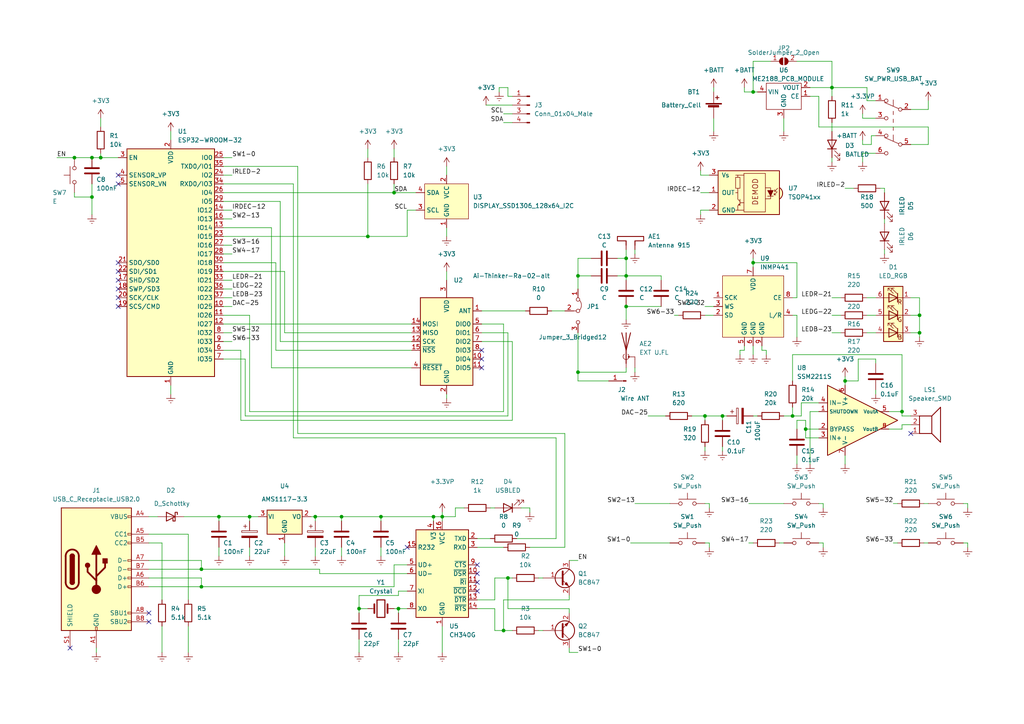
<source format=kicad_sch>
(kicad_sch (version 20211123) (generator eeschema)
  (paper "A4")
  (title_block (title "IoT Badge 915") (company "Galopago"))
  (junction (at 147.32 167.64))
  (junction (at 106.68 68.58))
  (junction (at 58.42 165.1))
  (junction (at 29.21 45.72))
  (junction (at 167.64 80.01))
  (junction (at 21.59 45.72))
  (junction (at 99.06 149.86))
  (junction (at 181.61 80.01))
  (junction (at 167.64 107.95))
  (junction (at 241.3 25.4))
  (junction (at 204.47 120.65))
  (junction (at 218.44 76.2))
  (junction (at 266.7 91.44))
  (junction (at 229.87 120.65))
  (junction (at 125.73 149.86))
  (junction (at 58.42 170.18))
  (junction (at 261.62 119.38))
  (junction (at 26.67 57.15))
  (junction (at 181.61 74.93))
  (junction (at 245.11 110.49))
  (junction (at 26.67 45.72))
  (junction (at 72.39 149.86))
  (junction (at 91.44 149.86))
  (junction (at 209.55 120.65))
  (junction (at 63.5 149.86))
  (junction (at 266.7 96.52))
  (junction (at 110.49 149.86))
  (junction (at 128.27 149.86))
  (junction (at 146.05 182.88))
  (junction (at 115.57 176.53))
  (junction (at 114.3 55.88))
  (junction (at 181.61 88.9))
  (junction (at 218.44 26.67))
  (junction (at 233.68 124.46))
  (junction (at 104.14 176.53))
  (no_connect (at 34.29 76.2))
  (no_connect (at 139.7 101.6))
  (no_connect (at 138.43 168.91))
  (no_connect (at 139.7 104.14))
  (no_connect (at 34.29 53.34))
  (no_connect (at 34.29 86.36))
  (no_connect (at 138.43 163.83))
  (no_connect (at 43.18 177.8))
  (no_connect (at 34.29 81.28))
  (no_connect (at 34.29 78.74))
  (no_connect (at 34.29 88.9))
  (no_connect (at 138.43 166.37))
  (no_connect (at 138.43 171.45))
  (no_connect (at 139.7 106.68))
  (no_connect (at 264.16 125.73))
  (no_connect (at 118.11 158.75))
  (no_connect (at 34.29 50.8))
  (no_connect (at 20.32 187.96))
  (no_connect (at 34.29 83.82))
  (no_connect (at 43.18 180.34))
  (wire (pts (xy 92.71 166.37) (xy 92.71 165.1)))
  (wire (pts (xy 128.27 148.59) (xy 128.27 149.86)))
  (wire (pts (xy 110.49 158.75) (xy 110.49 161.29)))
  (wire (pts (xy 248.92 110.49) (xy 245.11 110.49)))
  (wire (pts (xy 171.45 74.93) (xy 167.64 74.93)))
  (wire (pts (xy 115.57 185.42) (xy 115.57 189.23)))
  (wire (pts (xy 138.43 158.75) (xy 146.05 158.75)))
  (wire (pts (xy 21.59 55.88) (xy 21.59 57.15)))
  (wire (pts (xy 237.49 36.83) (xy 237.49 27.94)))
  (wire (pts (xy 245.11 132.08) (xy 245.11 134.62)))
  (wire (pts (xy 156.21 167.64) (xy 157.48 167.64)))
  (wire (pts (xy 218.44 100.33) (xy 218.44 102.87)))
  (wire (pts (xy 120.65 60.96) (xy 118.11 60.96)))
  (wire (pts (xy 125.73 149.86) (xy 128.27 149.86)))
  (wire (pts (xy 222.25 101.6) (xy 222.25 102.87)))
  (wire (pts (xy 233.68 124.46) (xy 237.49 124.46)))
  (wire (pts (xy 144.78 26.67) (xy 144.78 25.4)))
  (wire (pts (xy 261.62 124.46) (xy 261.62 123.19)))
  (wire (pts (xy 43.18 170.18) (xy 58.42 170.18)))
  (wire (pts (xy 250.19 41.91) (xy 252.73 41.91)))
  (wire (pts (xy 128.27 181.61) (xy 128.27 189.23)))
  (wire (pts (xy 238.76 146.05) (xy 238.76 147.32)))
  (wire (pts (xy 21.59 45.72) (xy 26.67 45.72)))
  (wire (pts (xy 218.44 76.2) (xy 231.14 76.2)))
  (wire (pts (xy 256.54 54.61) (xy 256.54 55.88)))
  (wire (pts (xy 148.59 121.92) (xy 148.59 99.06)))
  (wire (pts (xy 181.61 88.9) (xy 181.61 92.71)))
  (wire (pts (xy 143.51 167.64) (xy 147.32 167.64)))
  (wire (pts (xy 261.62 102.87) (xy 261.62 119.38)))
  (wire (pts (xy 232.41 120.65) (xy 232.41 116.84)))
  (wire (pts (xy 218.44 76.2) (xy 218.44 77.47)))
  (wire (pts (xy 241.3 86.36) (xy 243.84 86.36)))
  (wire (pts (xy 128.27 149.86) (xy 128.27 151.13)))
  (wire (pts (xy 27.94 187.96) (xy 27.94 189.23)))
  (wire (pts (xy 248.92 104.14) (xy 254 104.14)))
  (wire (pts (xy 251.46 96.52) (xy 254 96.52)))
  (wire (pts (xy 29.21 44.45) (xy 29.21 45.72)))
  (wire (pts (xy 140.97 30.48) (xy 148.59 30.48)))
  (wire (pts (xy 129.54 78.74) (xy 129.54 81.28)))
  (wire (pts (xy 138.43 156.21) (xy 142.24 156.21)))
  (wire (pts (xy 184.15 146.05) (xy 194.31 146.05)))
  (wire (pts (xy 58.42 162.56) (xy 58.42 165.1)))
  (wire (pts (xy 132.08 147.32) (xy 134.62 147.32)))
  (wire (pts (xy 26.67 53.34) (xy 26.67 57.15)))
  (wire (pts (xy 250.19 44.45) (xy 250.19 46.99)))
  (wire (pts (xy 251.46 86.36) (xy 254 86.36)))
  (wire (pts (xy 184.15 106.68) (xy 184.15 107.95)))
  (wire (pts (xy 64.77 58.42) (xy 81.28 58.42)))
  (wire (pts (xy 147.32 96.52) (xy 139.7 96.52)))
  (wire (pts (xy 29.21 45.72) (xy 34.29 45.72)))
  (wire (pts (xy 129.54 48.26) (xy 129.54 50.8)))
  (wire (pts (xy 215.9 101.6) (xy 214.63 101.6)))
  (wire (pts (xy 234.95 27.94) (xy 237.49 27.94)))
  (wire (pts (xy 21.59 57.15) (xy 26.67 57.15)))
  (wire (pts (xy 132.08 149.86) (xy 132.08 147.32)))
  (wire (pts (xy 118.11 171.45) (xy 115.57 171.45)))
  (wire (pts (xy 43.18 157.48) (xy 46.99 157.48)))
  (wire (pts (xy 153.67 147.32) (xy 153.67 148.59)))
  (wire (pts (xy 63.5 158.75) (xy 63.5 161.29)))
  (wire (pts (xy 104.14 185.42) (xy 104.14 189.23)))
  (wire (pts (xy 148.59 99.06) (xy 139.7 99.06)))
  (wire (pts (xy 229.87 91.44) (xy 231.14 91.44)))
  (wire (pts (xy 29.21 34.29) (xy 29.21 36.83)))
  (wire (pts (xy 231.14 76.2) (xy 231.14 86.36)))
  (wire (pts (xy 163.83 158.75) (xy 153.67 158.75)))
  (wire (pts (xy 204.47 129.54) (xy 204.47 130.81)))
  (wire (pts (xy 64.77 66.04) (xy 78.74 66.04)))
  (wire (pts (xy 86.36 48.26) (xy 86.36 125.73)))
  (wire (pts (xy 64.77 78.74) (xy 82.55 78.74)))
  (wire (pts (xy 234.95 25.4) (xy 241.3 25.4)))
  (wire (pts (xy 146.05 119.38) (xy 146.05 93.98)))
  (wire (pts (xy 64.77 55.88) (xy 114.3 55.88)))
  (wire (pts (xy 86.36 125.73) (xy 163.83 125.73)))
  (wire (pts (xy 110.49 149.86) (xy 125.73 149.86)))
  (wire (pts (xy 165.1 189.23) (xy 167.64 189.23)))
  (wire (pts (xy 219.71 26.67) (xy 218.44 26.67)))
  (wire (pts (xy 182.88 157.48) (xy 194.31 157.48)))
  (wire (pts (xy 72.39 149.86) (xy 72.39 151.13)))
  (wire (pts (xy 191.77 80.01) (xy 191.77 81.28)))
  (wire (pts (xy 115.57 176.53) (xy 118.11 176.53)))
  (wire (pts (xy 16.51 45.72) (xy 21.59 45.72)))
  (wire (pts (xy 231.14 86.36) (xy 229.87 86.36)))
  (wire (pts (xy 254 113.03) (xy 254 114.3)))
  (wire (pts (xy 129.54 114.3) (xy 129.54 115.57)))
  (wire (pts (xy 233.68 121.92) (xy 231.14 121.92)))
  (wire (pts (xy 241.3 17.78) (xy 241.3 25.4)))
  (wire (pts (xy 254 29.21) (xy 251.46 29.21)))
  (wire (pts (xy 128.27 149.86) (xy 132.08 149.86)))
  (wire (pts (xy 241.3 91.44) (xy 243.84 91.44)))
  (wire (pts (xy 64.77 63.5) (xy 67.31 63.5)))
  (wire (pts (xy 146.05 33.02) (xy 148.59 33.02)))
  (wire (pts (xy 146.05 35.56) (xy 148.59 35.56)))
  (wire (pts (xy 234.95 119.38) (xy 237.49 119.38)))
  (wire (pts (xy 231.14 132.08) (xy 231.14 134.62)))
  (wire (pts (xy 250.19 33.02) (xy 250.19 34.29)))
  (wire (pts (xy 255.27 54.61) (xy 256.54 54.61)))
  (wire (pts (xy 264.16 31.75) (xy 269.24 31.75)))
  (wire (pts (xy 26.67 45.72) (xy 29.21 45.72)))
  (wire (pts (xy 280.67 157.48) (xy 280.67 158.75)))
  (wire (pts (xy 264.16 91.44) (xy 266.7 91.44)))
  (wire (pts (xy 215.9 100.33) (xy 215.9 101.6)))
  (wire (pts (xy 142.24 147.32) (xy 143.51 147.32)))
  (wire (pts (xy 43.18 149.86) (xy 45.72 149.86)))
  (wire (pts (xy 99.06 158.75) (xy 99.06 161.29)))
  (wire (pts (xy 106.68 53.34) (xy 106.68 68.58)))
  (wire (pts (xy 119.38 96.52) (xy 82.55 96.52)))
  (wire (pts (xy 138.43 173.99) (xy 143.51 173.99)))
  (wire (pts (xy 264.16 41.91) (xy 269.24 41.91)))
  (wire (pts (xy 64.77 45.72) (xy 67.31 45.72)))
  (wire (pts (xy 280.67 146.05) (xy 279.4 146.05)))
  (wire (pts (xy 144.78 25.4) (xy 147.32 25.4)))
  (wire (pts (xy 91.44 149.86) (xy 99.06 149.86)))
  (wire (pts (xy 195.58 91.44) (xy 196.85 91.44)))
  (wire (pts (xy 78.74 66.04) (xy 78.74 106.68)))
  (wire (pts (xy 181.61 88.9) (xy 191.77 88.9)))
  (wire (pts (xy 214.63 101.6) (xy 214.63 102.87)))
  (wire (pts (xy 163.83 125.73) (xy 163.83 158.75)))
  (wire (pts (xy 241.3 25.4) (xy 241.3 27.94)))
  (wire (pts (xy 229.87 102.87) (xy 261.62 102.87)))
  (wire (pts (xy 234.95 134.62) (xy 234.95 119.38)))
  (wire (pts (xy 204.47 157.48) (xy 205.74 157.48)))
  (wire (pts (xy 238.76 157.48) (xy 238.76 158.75)))
  (wire (pts (xy 64.77 88.9) (xy 67.31 88.9)))
  (wire (pts (xy 254 44.45) (xy 250.19 44.45)))
  (wire (pts (xy 264.16 86.36) (xy 266.7 86.36)))
  (wire (pts (xy 165.1 187.96) (xy 165.1 189.23)))
  (wire (pts (xy 266.7 96.52) (xy 266.7 97.79)))
  (wire (pts (xy 165.1 172.72) (xy 165.1 173.99)))
  (wire (pts (xy 54.61 181.61) (xy 54.61 189.23)))
  (wire (pts (xy 85.09 127) (xy 161.29 127)))
  (wire (pts (xy 161.29 156.21) (xy 149.86 156.21)))
  (wire (pts (xy 160.02 90.17) (xy 163.83 90.17)))
  (wire (pts (xy 54.61 154.94) (xy 43.18 154.94)))
  (wire (pts (xy 43.18 167.64) (xy 58.42 167.64)))
  (wire (pts (xy 266.7 91.44) (xy 266.7 96.52)))
  (wire (pts (xy 85.09 53.34) (xy 85.09 127)))
  (wire (pts (xy 203.2 50.8) (xy 205.74 50.8)))
  (wire (pts (xy 167.64 107.95) (xy 167.64 110.49)))
  (wire (pts (xy 115.57 172.72) (xy 104.14 172.72)))
  (wire (pts (xy 49.53 38.1) (xy 49.53 40.64)))
  (wire (pts (xy 119.38 106.68) (xy 78.74 106.68)))
  (wire (pts (xy 46.99 157.48) (xy 46.99 173.99)))
  (wire (pts (xy 207.01 25.4) (xy 207.01 26.67)))
  (wire (pts (xy 204.47 91.44) (xy 207.01 91.44)))
  (wire (pts (xy 256.54 72.39) (xy 256.54 73.66)))
  (wire (pts (xy 43.18 162.56) (xy 58.42 162.56)))
  (wire (pts (xy 118.11 60.96) (xy 118.11 68.58)))
  (wire (pts (xy 251.46 29.21) (xy 251.46 25.4)))
  (wire (pts (xy 237.49 157.48) (xy 238.76 157.48)))
  (wire (pts (xy 261.62 120.65) (xy 264.16 120.65)))
  (wire (pts (xy 58.42 165.1) (xy 92.71 165.1)))
  (wire (pts (xy 218.44 17.78) (xy 218.44 26.67)))
  (wire (pts (xy 167.64 74.93) (xy 167.64 80.01)))
  (wire (pts (xy 171.45 80.01) (xy 167.64 80.01)))
  (wire (pts (xy 179.07 74.93) (xy 181.61 74.93)))
  (wire (pts (xy 91.44 149.86) (xy 91.44 151.13)))
  (wire (pts (xy 181.61 72.39) (xy 181.61 74.93)))
  (wire (pts (xy 181.61 106.68) (xy 181.61 107.95)))
  (wire (pts (xy 104.14 172.72) (xy 104.14 176.53)))
  (wire (pts (xy 269.24 31.75) (xy 269.24 29.21)))
  (wire (pts (xy 176.53 110.49) (xy 167.64 110.49)))
  (wire (pts (xy 252.73 39.37) (xy 254 39.37)))
  (wire (pts (xy 69.85 101.6) (xy 69.85 121.92)))
  (wire (pts (xy 218.44 120.65) (xy 219.71 120.65)))
  (wire (pts (xy 156.21 182.88) (xy 157.48 182.88)))
  (wire (pts (xy 223.52 17.78) (xy 218.44 17.78)))
  (wire (pts (xy 167.64 80.01) (xy 167.64 83.82)))
  (wire (pts (xy 146.05 182.88) (xy 148.59 182.88)))
  (wire (pts (xy 279.4 157.48) (xy 280.67 157.48)))
  (wire (pts (xy 119.38 101.6) (xy 80.01 101.6)))
  (wire (pts (xy 250.19 40.64) (xy 250.19 41.91)))
  (wire (pts (xy 64.77 73.66) (xy 67.31 73.66)))
  (wire (pts (xy 217.17 157.48) (xy 218.44 157.48)))
  (wire (pts (xy 90.17 149.86) (xy 91.44 149.86)))
  (wire (pts (xy 227.33 34.29) (xy 227.33 38.1)))
  (wire (pts (xy 220.98 100.33) (xy 220.98 101.6)))
  (wire (pts (xy 58.42 170.18) (xy 58.42 167.64)))
  (wire (pts (xy 143.51 176.53) (xy 143.51 182.88)))
  (wire (pts (xy 248.92 104.14) (xy 248.92 110.49)))
  (wire (pts (xy 205.74 157.48) (xy 205.74 158.75)))
  (wire (pts (xy 267.97 146.05) (xy 269.24 146.05)))
  (wire (pts (xy 261.62 119.38) (xy 261.62 120.65)))
  (wire (pts (xy 231.14 121.92) (xy 231.14 124.46)))
  (wire (pts (xy 114.3 55.88) (xy 120.65 55.88)))
  (wire (pts (xy 114.3 53.34) (xy 114.3 55.88)))
  (wire (pts (xy 257.81 124.46) (xy 261.62 124.46)))
  (wire (pts (xy 203.2 60.96) (xy 205.74 60.96)))
  (wire (pts (xy 82.55 78.74) (xy 82.55 96.52)))
  (wire (pts (xy 82.55 157.48) (xy 82.55 161.29)))
  (wire (pts (xy 114.3 43.18) (xy 114.3 45.72)))
  (wire (pts (xy 252.73 41.91) (xy 252.73 39.37)))
  (wire (pts (xy 72.39 149.86) (xy 74.93 149.86)))
  (wire (pts (xy 231.14 17.78) (xy 241.3 17.78)))
  (wire (pts (xy 115.57 176.53) (xy 115.57 177.8)))
  (wire (pts (xy 259.08 146.05) (xy 260.35 146.05)))
  (wire (pts (xy 147.32 167.64) (xy 148.59 167.64)))
  (wire (pts (xy 63.5 149.86) (xy 63.5 151.13)))
  (wire (pts (xy 205.74 146.05) (xy 205.74 147.32)))
  (wire (pts (xy 64.77 86.36) (xy 67.31 86.36)))
  (wire (pts (xy 72.39 158.75) (xy 72.39 161.29)))
  (wire (pts (xy 218.44 74.93) (xy 218.44 76.2)))
  (wire (pts (xy 49.53 111.76) (xy 49.53 114.3)))
  (wire (pts (xy 237.49 146.05) (xy 238.76 146.05)))
  (wire (pts (xy 215.9 26.67) (xy 215.9 25.4)))
  (wire (pts (xy 241.3 45.72) (xy 241.3 46.99)))
  (wire (pts (xy 104.14 177.8) (xy 104.14 176.53)))
  (wire (pts (xy 64.77 83.82) (xy 67.31 83.82)))
  (wire (pts (xy 64.77 93.98) (xy 119.38 93.98)))
  (wire (pts (xy 114.3 176.53) (xy 115.57 176.53)))
  (wire (pts (xy 181.61 80.01) (xy 181.61 81.28)))
  (wire (pts (xy 269.24 36.83) (xy 269.24 41.91)))
  (wire (pts (xy 165.1 176.53) (xy 165.1 177.8)))
  (wire (pts (xy 256.54 63.5) (xy 256.54 64.77)))
  (wire (pts (xy 64.77 76.2) (xy 80.01 76.2)))
  (wire (pts (xy 64.77 71.12) (xy 67.31 71.12)))
  (wire (pts (xy 181.61 80.01) (xy 191.77 80.01)))
  (wire (pts (xy 229.87 120.65) (xy 232.41 120.65)))
  (wire (pts (xy 46.99 181.61) (xy 46.99 189.23)))
  (wire (pts (xy 200.66 120.65) (xy 204.47 120.65)))
  (wire (pts (xy 165.1 173.99) (xy 146.05 173.99)))
  (wire (pts (xy 64.77 96.52) (xy 67.31 96.52)))
  (wire (pts (xy 139.7 90.17) (xy 152.4 90.17)))
  (wire (pts (xy 106.68 68.58) (xy 118.11 68.58)))
  (wire (pts (xy 53.34 149.86) (xy 63.5 149.86)))
  (wire (pts (xy 184.15 72.39) (xy 184.15 73.66)))
  (wire (pts (xy 207.01 34.29) (xy 207.01 38.1)))
  (wire (pts (xy 43.18 165.1) (xy 58.42 165.1)))
  (wire (pts (xy 63.5 149.86) (xy 72.39 149.86)))
  (wire (pts (xy 151.13 147.32) (xy 153.67 147.32)))
  (wire (pts (xy 146.05 173.99) (xy 146.05 182.88)))
  (wire (pts (xy 99.06 149.86) (xy 110.49 149.86)))
  (wire (pts (xy 64.77 68.58) (xy 106.68 68.58)))
  (wire (pts (xy 209.55 120.65) (xy 210.82 120.65)))
  (wire (pts (xy 167.64 96.52) (xy 167.64 107.95)))
  (wire (pts (xy 231.14 91.44) (xy 231.14 97.79)))
  (wire (pts (xy 147.32 25.4) (xy 147.32 27.94)))
  (wire (pts (xy 254 105.41) (xy 254 104.14)))
  (wire (pts (xy 26.67 57.15) (xy 26.67 62.23)))
  (wire (pts (xy 209.55 129.54) (xy 209.55 130.81)))
  (wire (pts (xy 229.87 110.49) (xy 229.87 102.87)))
  (wire (pts (xy 125.73 151.13) (xy 125.73 149.86)))
  (wire (pts (xy 203.2 49.53) (xy 203.2 50.8)))
  (wire (pts (xy 58.42 170.18) (xy 114.3 170.18)))
  (wire (pts (xy 179.07 80.01) (xy 181.61 80.01)))
  (wire (pts (xy 245.11 54.61) (xy 247.65 54.61)))
  (wire (pts (xy 64.77 81.28) (xy 67.31 81.28)))
  (wire (pts (xy 267.97 157.48) (xy 269.24 157.48)))
  (wire (pts (xy 64.77 99.06) (xy 67.31 99.06)))
  (wire (pts (xy 118.11 166.37) (xy 92.71 166.37)))
  (wire (pts (xy 80.01 76.2) (xy 80.01 101.6)))
  (wire (pts (xy 106.68 43.18) (xy 106.68 45.72)))
  (wire (pts (xy 217.17 146.05) (xy 227.33 146.05)))
  (wire (pts (xy 110.49 149.86) (xy 110.49 151.13)))
  (wire (pts (xy 69.85 121.92) (xy 148.59 121.92)))
  (wire (pts (xy 204.47 120.65) (xy 209.55 120.65)))
  (wire (pts (xy 266.7 86.36) (xy 266.7 91.44)))
  (wire (pts (xy 143.51 173.99) (xy 143.51 167.64)))
  (wire (pts (xy 203.2 62.23) (xy 203.2 60.96)))
  (wire (pts (xy 226.06 157.48) (xy 227.33 157.48)))
  (wire (pts (xy 227.33 120.65) (xy 229.87 120.65)))
  (wire (pts (xy 64.77 60.96) (xy 67.31 60.96)))
  (wire (pts (xy 241.3 25.4) (xy 251.46 25.4)))
  (wire (pts (xy 233.68 127) (xy 233.68 124.46)))
  (wire (pts (xy 99.06 149.86) (xy 99.06 151.13)))
  (wire (pts (xy 209.55 120.65) (xy 209.55 121.92)))
  (wire (pts (xy 187.96 120.65) (xy 193.04 120.65)))
  (wire (pts (xy 264.16 96.52) (xy 266.7 96.52)))
  (wire (pts (xy 64.77 48.26) (xy 86.36 48.26)))
  (wire (pts (xy 165.1 162.56) (xy 167.64 162.56)))
  (wire (pts (xy 146.05 93.98) (xy 139.7 93.98)))
  (wire (pts (xy 165.1 176.53) (xy 147.32 176.53)))
  (wire (pts (xy 147.32 27.94) (xy 148.59 27.94)))
  (wire (pts (xy 147.32 120.65) (xy 147.32 96.52)))
  (wire (pts (xy 237.49 36.83) (xy 269.24 36.83)))
  (wire (pts (xy 261.62 123.19) (xy 264.16 123.19)))
  (wire (pts (xy 181.61 74.93) (xy 181.61 80.01)))
  (wire (pts (xy 72.39 91.44) (xy 72.39 119.38)))
  (wire (pts (xy 280.67 147.32) (xy 280.67 146.05)))
  (wire (pts (xy 251.46 91.44) (xy 254 91.44)))
  (wire (pts (xy 104.14 176.53) (xy 106.68 176.53)))
  (wire (pts (xy 64.77 104.14) (xy 71.12 104.14)))
  (wire (pts (xy 161.29 127) (xy 161.29 156.21)))
  (wire (pts (xy 119.38 99.06) (xy 81.28 99.06)))
  (wire (pts (xy 72.39 119.38) (xy 146.05 119.38)))
  (wire (pts (xy 257.81 119.38) (xy 261.62 119.38)))
  (wire (pts (xy 204.47 146.05) (xy 205.74 146.05)))
  (wire (pts (xy 245.11 110.49) (xy 245.11 111.76)))
  (wire (pts (xy 229.87 120.65) (xy 229.87 118.11)))
  (wire (pts (xy 115.57 171.45) (xy 115.57 172.72)))
  (wire (pts (xy 81.28 58.42) (xy 81.28 99.06)))
  (wire (pts (xy 203.2 55.88) (xy 205.74 55.88)))
  (wire (pts (xy 250.19 34.29) (xy 254 34.29)))
  (wire (pts (xy 245.11 109.22) (xy 245.11 110.49)))
  (wire (pts (xy 64.77 53.34) (xy 85.09 53.34)))
  (wire (pts (xy 91.44 158.75) (xy 91.44 161.29)))
  (wire (pts (xy 114.3 163.83) (xy 118.11 163.83)))
  (wire (pts (xy 147.32 176.53) (xy 147.32 167.64)))
  (wire (pts (xy 54.61 173.99) (xy 54.61 154.94)))
  (wire (pts (xy 218.44 26.67) (xy 215.9 26.67)))
  (wire (pts (xy 138.43 176.53) (xy 143.51 176.53)))
  (wire (pts (xy 220.98 101.6) (xy 222.25 101.6)))
  (wire (pts (xy 114.3 170.18) (xy 114.3 163.83)))
  (wire (pts (xy 64.77 101.6) (xy 69.85 101.6)))
  (wire (pts (xy 204.47 88.9) (xy 207.01 88.9)))
  (wire (pts (xy 181.61 107.95) (xy 167.64 107.95)))
  (wire (pts (xy 259.08 157.48) (xy 260.35 157.48)))
  (wire (pts (xy 233.68 124.46) (xy 233.68 121.92)))
  (wire (pts (xy 204.47 120.65) (xy 204.47 121.92)))
  (wire (pts (xy 64.77 50.8) (xy 67.31 50.8)))
  (wire (pts (xy 241.3 96.52) (xy 243.84 96.52)))
  (wire (pts (xy 232.41 116.84) (xy 237.49 116.84)))
  (wire (pts (xy 129.54 66.04) (xy 129.54 68.58)))
  (wire (pts (xy 143.51 182.88) (xy 146.05 182.88)))
  (wire (pts (xy 241.3 35.56) (xy 241.3 38.1)))
  (wire (pts (xy 237.49 127) (xy 233.68 127)))
  (wire (pts (xy 71.12 120.65) (xy 147.32 120.65)))
  (wire (pts (xy 64.77 91.44) (xy 72.39 91.44)))
  (wire (pts (xy 71.12 104.14) (xy 71.12 120.65)))
  (label "SDA" (at 118.11 55.88 180))
  (label "SW4-17" (at 67.31 73.66 0))
  (label "SW2-13" (at 184.15 146.05 180))
  (label "SW3-16" (at 217.17 146.05 180))
  (label "LEDR-21" (at 241.3 86.36 180))
  (label "SW1-0" (at 67.31 45.72 0))
  (label "EN" (at 167.64 162.56 0))
  (label "EN" (at 16.51 45.72 0))
  (label "LEDB-23" (at 241.3 96.52 180))
  (label "SW1-0" (at 182.88 157.48 180))
  (label "SW6-33" (at 195.58 91.44 180))
  (label "LEDR-21" (at 67.31 81.28 0))
  (label "SW1-0" (at 167.64 189.23 0))
  (label "LEDG-22" (at 241.3 91.44 180))
  (label "DAC-25" (at 67.31 88.9 0))
  (label "SDA" (at 146.05 35.56 180))
  (label "SW6-33" (at 259.08 157.48 180))
  (label "DAC-25" (at 187.96 120.65 180))
  (label "SW5-32" (at 204.47 88.9 180))
  (label "SW5-32" (at 67.31 96.52 0))
  (label "LEDB-23" (at 67.31 86.36 0))
  (label "SW5-32" (at 259.08 146.05 180))
  (label "SW6-33" (at 67.31 99.06 0))
  (label "LEDG-22" (at 67.31 83.82 0))
  (label "SCL" (at 118.11 60.96 180))
  (label "IRLED-2" (at 67.31 50.8 0))
  (label "SW4-17" (at 217.17 157.48 180))
  (label "IRDEC-12" (at 67.31 60.96 0))
  (label "IRDEC-12" (at 203.2 55.88 180))
  (label "SW3-16" (at 67.31 71.12 0))
  (label "SCL" (at 146.05 33.02 180))
  (label "IRLED-2" (at 245.11 54.61 180))
  (label "SW2-13" (at 67.31 63.5 0))
  (symbol (lib_id "Microphone_I2S:INMP441") (at 218.44 88.9 0) (unit 1)
    (property "Reference" "U9" (at 220.4594 74.93 0) (effects (justify left)))
    (property "Value" "INMP441" (at 220.4594 77.47 0) (effects (justify left)))
    (property "Footprint" "Microphone_I2S:INMP441" (effects hide))
  )
  (symbol (lib_id "power:Earth") (at 46.99 189.23 0) (unit 1)
    (property "Reference" "#PWR0118" (effects hide))
    (property "Value" "Earth" (effects hide))
  )
  (symbol (lib_id "power:Earth") (at 203.2 62.23 0) (unit 1)
    (property "Reference" "#PWR0134" (effects hide))
    (property "Value" "Earth" (effects hide))
  )
  (symbol (lib_id "power:+BATT") (at 215.9 25.4 0) (unit 1)
    (property "Reference" "#PWR07" (effects hide))
    (property "Value" "+BATT" (at 215.9 20.32 0))
  )
  (symbol (lib_id "power:Earth") (at 128.27 189.23 0) (unit 1)
    (property "Reference" "#PWR0102" (effects hide))
    (property "Value" "Earth" (effects hide))
  )
  (symbol (lib_id "Switch:SW_Push") (at 199.39 157.48 0) (unit 1)
    (property "Reference" "SW1" (at 199.39 149.86 0))
    (property "Value" "SW_Push" (at 199.39 152.4 0))
    (property "Footprint" "Button_Switch_SMD:SW_Push_1P1T_NO_6x6mm_H9.5mm" (effects hide))
  )
  (symbol (lib_id "Switch:SW_Push_DPDT") (at 259.08 36.83 0) (mirror y) (unit 1)
    (property "Reference" "SW9" (at 259.08 20.32 0))
    (property "Value" "SW_PWR_USB_BAT" (at 259.08 22.86 0))
    (property "Footprint" "Slide_Switch_SMD:SW_Slide_2P2T_9mmx7.6mm" (effects hide))
  )
  (symbol (lib_id "power:Earth") (at 72.39 161.29 0) (unit 1)
    (property "Reference" "#PWR01" (effects hide))
    (property "Value" "Earth" (effects hide))
  )
  (symbol (lib_id "Device:R") (at 156.21 90.17 270) (unit 1)
    (property "Reference" "R10" (at 156.21 83.82 90))
    (property "Value" "0" (at 156.21 86.36 90))
    (property "Footprint" "Resistor_SMD:R_0805_2012Metric_Pad1.20x1.40mm_HandSolder" (effects hide))
  )
  (symbol (lib_id "Connector:Conn_01x04_Male") (at 153.67 30.48 0) (mirror y) (unit 1)
    (property "Reference" "J3" (at 154.94 30.4799 0) (effects (justify right)))
    (property "Value" "Conn_01x04_Male" (at 154.94 33.0199 0) (effects (justify right)))
    (property "Footprint" "Connector_PinHeader_2.54mm:PinHeader_1x04_P2.54mm_Vertical" (effects hide))
  )
  (symbol (lib_id "Device:C_Polarized") (at 91.44 154.94 0) (unit 1)
    (property "Reference" "C3" (at 92.71 157.48 0) (effects (justify left)))
    (property "Value" "22uF" (at 92.71 160.02 0) (effects (justify left)))
    (property "Footprint" "Capacitor_Tantalum_SMD:CP_EIA-2012-15_AVX-P_Pad1.30x1.05mm_HandSolder" (effects hide))
  )
  (symbol (lib_id "power:Earth") (at 104.14 189.23 0) (unit 1)
    (property "Reference" "#PWR0110" (effects hide))
    (property "Value" "Earth" (effects hide))
  )
  (symbol (lib_id "power:Earth") (at 129.54 115.57 0) (unit 1)
    (property "Reference" "#PWR0115" (effects hide))
    (property "Value" "Earth" (effects hide))
  )
  (symbol (lib_id "power:+BATT") (at 207.01 25.4 0) (unit 1)
    (property "Reference" "#PWR05" (effects hide))
    (property "Value" "+BATT" (at 207.01 20.32 0))
  )
  (symbol (lib_id "Switch:SW_Push") (at 274.32 146.05 0) (unit 1)
    (property "Reference" "SW5" (at 274.32 138.43 0))
    (property "Value" "SW_Push" (at 274.32 140.97 0))
    (property "Footprint" "Button_Switch_SMD:SW_Push_1P1T_NO_6x6mm_H9.5mm" (effects hide))
  )
  (symbol (lib_id "Device:LED") (at 147.32 147.32 180) (unit 1)
    (property "Reference" "D4" (at 147.32 139.7 0))
    (property "Value" "USBLED" (at 147.32 142.24 0))
    (property "Footprint" "LED_SMD:LED_0805_2012Metric_Pad1.15x1.40mm_HandSolder" (effects hide))
  )
  (symbol (lib_id "Device:C") (at 175.26 80.01 270) (unit 1)
    (property "Reference" "C9" (at 175.26 83.82 90))
    (property "Value" "C" (at 175.26 86.36 90))
    (property "Footprint" "Capacitor_SMD:C_0805_2012Metric_Pad1.18x1.45mm_HandSolder" (effects hide))
  )
  (symbol (lib_id "power:Earth") (at 205.74 158.75 0) (unit 1)
    (property "Reference" "#PWR0130" (effects hide))
    (property "Value" "Earth" (effects hide))
  )
  (symbol (lib_id "power:Earth") (at 280.67 158.75 0) (unit 1)
    (property "Reference" "#PWR0126" (effects hide))
    (property "Value" "Earth" (effects hide))
  )
  (symbol (lib_id "Device:C") (at 99.06 154.94 0) (unit 1)
    (property "Reference" "C4" (at 100.33 157.48 0) (effects (justify left)))
    (property "Value" "100nF" (at 100.33 160.02 0) (effects (justify left)))
    (property "Footprint" "Capacitor_SMD:C_0805_2012Metric_Pad1.18x1.45mm_HandSolder" (effects hide))
  )
  (symbol (lib_id "Device:R") (at 106.68 49.53 0) (unit 1)
    (property "Reference" "R6" (at 109.22 48.2599 0) (effects (justify left)))
    (property "Value" "10k" (at 109.22 50.7999 0) (effects (justify left)))
    (property "Footprint" "Resistor_SMD:R_0805_2012Metric_Pad1.20x1.40mm_HandSolder" (effects hide))
  )
  (symbol (lib_id "power:Earth") (at 153.67 148.59 0) (unit 1)
    (property "Reference" "#PWR0124" (effects hide))
    (property "Value" "Earth" (effects hide))
  )
  (symbol (lib_id "Device:R") (at 46.99 177.8 0) (unit 1)
    (property "Reference" "R4" (at 49.53 176.5299 0) (effects (justify left)))
    (property "Value" "5.1k" (at 49.53 179.0699 0) (effects (justify left)))
    (property "Footprint" "Resistor_SMD:R_0805_2012Metric_Pad1.20x1.40mm_HandSolder" (effects hide))
  )
  (symbol (lib_id "Device:R") (at 241.3 31.75 180) (unit 1)
    (property "Reference" "R11" (at 243.84 30.4799 0) (effects (justify right)))
    (property "Value" "1k" (at 243.84 33.0199 0) (effects (justify right)))
    (property "Footprint" "Resistor_SMD:R_0805_2012Metric_Pad1.20x1.40mm_HandSolder" (effects hide))
  )
  (symbol (lib_id "power:Earth") (at 204.47 130.81 0) (unit 1)
    (property "Reference" "#PWR0140" (effects hide))
    (property "Value" "Earth" (effects hide))
  )
  (symbol (lib_id "Device:Battery_Cell") (at 207.01 31.75 0) (unit 1)
    (property "Reference" "BT1" (at 199.39 26.67 0) (effects (justify left)))
    (property "Value" "Battery_Cell" (at 191.77 30.48 0) (effects (justify left)))
    (property "Footprint" "Battery_SMD:BatteryHolder_Keystone_1020_1xAAA" (effects hide))
  )
  (symbol (lib_id "Device:Antenna_Shield") (at 181.61 101.6 0) (unit 1)
    (property "Reference" "AE2" (at 185.42 99.6949 0) (effects (justify left)))
    (property "Value" "EXT U.FL" (at 185.42 102.2349 0) (effects (justify left)))
    (property "Footprint" "Connector_Coaxial:U.FL_Hirose_U.FL-R-SMT-1_Vertical" (effects hide))
  )
  (symbol (lib_id "Device:LED_RGB") (at 259.08 91.44 0) (mirror y) (unit 1)
    (property "Reference" "D1" (at 259.08 77.47 0))
    (property "Value" "LED_RGB" (at 259.08 80.01 0))
    (property "Footprint" "LED_SMD:LED_RGB_5050-6" (effects hide))
  )
  (symbol (lib_id "Device:C") (at 254 109.22 0) (unit 1)
    (property "Reference" "C16" (at 255.27 111.76 0) (effects (justify left)))
    (property "Value" "0.1uF" (at 255.27 114.3 0) (effects (justify left)))
    (property "Footprint" "Capacitor_SMD:C_0805_2012Metric_Pad1.18x1.45mm_HandSolder" (effects hide))
  )
  (symbol (lib_id "Jumper:Jumper_3_Bridged12") (at 167.64 90.17 270) (unit 1)
    (property "Reference" "JP1" (at 170.18 88.8999 90) (effects (justify left)))
    (property "Value" "Jumper_3_Bridged12" (at 156.21 97.79 90) (effects (justify left)))
    (property "Footprint" "Jumper:SolderJumper-3_P1.3mm_Bridged12_RoundedPad1.0x1.5mm_NumberLabels" (effects hide))
  )
  (symbol (lib_id "Device:R") (at 229.87 114.3 0) (unit 1)
    (property "Reference" "R14" (at 232.41 113.0299 0) (effects (justify left)))
    (property "Value" "20k" (at 232.41 115.5699 0) (effects (justify left)))
    (property "Footprint" "Resistor_SMD:R_0805_2012Metric_Pad1.20x1.40mm_HandSolder" (effects hide))
  )
  (symbol (lib_id "power:Earth") (at 241.3 46.99 0) (unit 1)
    (property "Reference" "#PWR0109" (effects hide))
    (property "Value" "Earth" (effects hide))
  )
  (symbol (lib_id "power:+3V3") (at 129.54 78.74 0) (unit 1)
    (property "Reference" "#PWR03" (effects hide))
    (property "Value" "+3V3" (at 129.54 73.66 0))
  )
  (symbol (lib_id "power:Earth") (at 26.67 62.23 0) (unit 1)
    (property "Reference" "#PWR0114" (effects hide))
    (property "Value" "Earth" (effects hide))
  )
  (symbol (lib_id "power:Earth") (at 238.76 158.75 0) (unit 1)
    (property "Reference" "#PWR0127" (effects hide))
    (property "Value" "Earth" (effects hide))
  )
  (symbol (lib_id "Device:R") (at 149.86 158.75 270) (unit 1)
    (property "Reference" "R9" (at 149.86 152.4 90))
    (property "Value" "0" (at 149.86 154.94 90))
    (property "Footprint" "Resistor_SMD:R_0805_2012Metric_Pad1.20x1.40mm_HandSolder" (effects hide))
  )
  (symbol (lib_id "Device:C") (at 63.5 154.94 0) (unit 1)
    (property "Reference" "C1" (at 64.77 157.48 0) (effects (justify left)))
    (property "Value" "100nF" (at 64.77 160.02 0) (effects (justify left)))
    (property "Footprint" "Capacitor_SMD:C_0805_2012Metric_Pad1.18x1.45mm_HandSolder" (effects hide))
  )
  (symbol (lib_id "power:+3V3") (at 203.2 49.53 0) (unit 1)
    (property "Reference" "#PWR0136" (effects hide))
    (property "Value" "+3V3" (at 203.2 44.45 0))
  )
  (symbol (lib_id "Transistor_BJT:BC847") (at 162.56 182.88 0) (mirror x) (unit 1)
    (property "Reference" "Q2" (at 167.64 181.6099 0) (effects (justify left)))
    (property "Value" "BC847" (at 167.64 184.1499 0) (effects (justify left)))
    (property "Footprint" "Package_TO_SOT_SMD:SOT-23" (effects hide))
    (property "Datasheet" "http://www.infineon.com/dgdl/Infineon-BC847SERIES_BC848SERIES_BC849SERIES_BC850SERIES-DS-v01_01-en.pdf?fileId=db3a304314dca389011541d4630a1657" (effects hide))
  )
  (symbol (lib_id "Device:Antenna_Dipole") (at 181.61 67.31 0) (unit 1)
    (property "Reference" "AE1" (at 187.96 68.5799 0) (effects (justify left)))
    (property "Value" "Antenna 915" (at 187.96 71.1199 0) (effects (justify left)))
    (property "Footprint" "RF_PCB_Antenna:Micrel_916_ant_6" (effects hide))
  )
  (symbol (lib_id "Device:R") (at 114.3 49.53 0) (unit 1)
    (property "Reference" "R7" (at 116.84 48.2599 0) (effects (justify left)))
    (property "Value" "10k" (at 116.84 50.7999 0) (effects (justify left)))
    (property "Footprint" "Resistor_SMD:R_0805_2012Metric_Pad1.20x1.40mm_HandSolder" (effects hide))
  )
  (symbol (lib_id "power:+3V3") (at 114.3 43.18 0) (unit 1)
    (property "Reference" "#PWR0120" (effects hide))
    (property "Value" "+3V3" (at 114.3 38.1 0))
  )
  (symbol (lib_id "Device:R") (at 264.16 146.05 270) (unit 1)
    (property "Reference" "R21" (at 264.16 139.7 90))
    (property "Value" "220" (at 264.16 142.24 90))
    (property "Footprint" "Resistor_SMD:R_0805_2012Metric_Pad1.20x1.40mm_HandSolder" (effects hide))
  )
  (symbol (lib_id "Device:C") (at 209.55 125.73 0) (unit 1)
    (property "Reference" "C10" (at 210.82 128.27 0) (effects (justify left)))
    (property "Value" "0.1uF" (at 210.82 130.81 0) (effects (justify left)))
    (property "Footprint" "Capacitor_SMD:C_0805_2012Metric_Pad1.18x1.45mm_HandSolder" (effects hide))
  )
  (symbol (lib_id "power:Earth") (at 234.95 134.62 0) (unit 1)
    (property "Reference" "#PWR0141" (effects hide))
    (property "Value" "Earth" (effects hide))
  )
  (symbol (lib_id "Device:R") (at 247.65 96.52 270) (unit 1)
    (property "Reference" "R17" (at 247.65 99.06 90))
    (property "Value" "220" (at 247.65 101.6 90))
    (property "Footprint" "Resistor_SMD:R_0805_2012Metric_Pad1.20x1.40mm_HandSolder" (effects hide))
  )
  (symbol (lib_id "Jumper:SolderJumper_2_Open") (at 227.33 17.78 0) (unit 1)
    (property "Reference" "JP2" (at 227.33 13.97 0))
    (property "Value" "SolderJumper_2_Open" (at 227.33 15.24 0))
    (property "Footprint" "Jumper:SolderJumper-2_P1.3mm_Open_RoundedPad1.0x1.5mm" (effects hide))
  )
  (symbol (lib_id "power:+3V3") (at 245.11 109.22 0) (unit 1)
    (property "Reference" "#PWR0131" (effects hide))
    (property "Value" "+3V3" (at 245.11 104.14 0))
  )
  (symbol (lib_id "Switch:SW_Push") (at 274.32 157.48 0) (unit 1)
    (property "Reference" "SW6" (at 274.32 149.86 0))
    (property "Value" "SW_Push" (at 274.32 152.4 0))
    (property "Footprint" "Button_Switch_SMD:SW_Push_1P1T_NO_6x6mm_H9.5mm" (effects hide))
  )
  (symbol (lib_id "Interface_USB:CH340G") (at 128.27 166.37 0) (unit 1)
    (property "Reference" "U5" (at 130.2894 181.61 0) (effects (justify left)))
    (property "Value" "CH340G" (at 130.2894 184.15 0) (effects (justify left)))
    (property "Footprint" "Package_SO:SOIC-16_3.9x9.9mm_P1.27mm" (effects hide))
    (property "Datasheet" "http://www.datasheet5.com/pdf-local-2195953" (effects hide))
  )
  (symbol (lib_id "power:Earth") (at 218.44 102.87 0) (unit 1)
    (property "Reference" "#PWR0145" (effects hide))
    (property "Value" "Earth" (effects hide))
  )
  (symbol (lib_id "power:Earth") (at 231.14 97.79 0) (unit 1)
    (property "Reference" "#PWR0144" (effects hide))
    (property "Value" "Earth" (effects hide))
  )
  (symbol (lib_id "Device:C") (at 231.14 128.27 0) (unit 1)
    (property "Reference" "C15" (at 232.41 130.81 0) (effects (justify left)))
    (property "Value" "0.1uF" (at 232.41 133.35 0) (effects (justify left)))
    (property "Footprint" "Capacitor_SMD:C_0805_2012Metric_Pad1.18x1.45mm_HandSolder" (effects hide))
  )
  (symbol (lib_id "Amplifier_Audio:SSM2211S") (at 247.65 121.92 0) (unit 1)
    (property "Reference" "U8" (at 231.14 106.68 0) (effects (justify left)))
    (property "Value" "SSM2211S" (at 231.14 109.22 0) (effects (justify left)))
    (property "Footprint" "Package_SO:SOIC-8_3.9x4.9mm_P1.27mm" (effects hide))
    (property "Datasheet" "https://www.analog.com/media/en/technical-documentation/data-sheets/SSM2211.pdf" (effects hide))
  )
  (symbol (lib_id "power:Earth") (at 245.11 134.62 0) (unit 1)
    (property "Reference" "#PWR0132" (effects hide))
    (property "Value" "Earth" (effects hide))
  )
  (symbol (lib_id "power:+3V3") (at 269.24 29.21 0) (unit 1)
    (property "Reference" "#PWR012" (effects hide))
    (property "Value" "+3V3" (at 269.24 24.13 0))
  )
  (symbol (lib_id "Device:R") (at 29.21 40.64 0) (unit 1)
    (property "Reference" "R1" (at 31.75 39.3699 0) (effects (justify left)))
    (property "Value" "10k" (at 31.75 41.9099 0) (effects (justify left)))
    (property "Footprint" "Resistor_SMD:R_0805_2012Metric_Pad1.20x1.40mm_HandSolder" (effects hide))
  )
  (symbol (lib_id "power:Earth") (at 256.54 73.66 0) (unit 1)
    (property "Reference" "#PWR0137" (effects hide))
    (property "Value" "Earth" (effects hide))
  )
  (symbol (lib_id "Device:LED") (at 256.54 59.69 90) (unit 1)
    (property "Reference" "D5" (at 264.16 59.69 0))
    (property "Value" "IRLED" (at 261.62 59.69 0))
    (property "Footprint" "LED_SMD:LED_0805_2012Metric_Pad1.15x1.40mm_HandSolder" (effects hide))
  )
  (symbol (lib_id "power:Earth") (at 115.57 189.23 0) (unit 1)
    (property "Reference" "#PWR0108" (effects hide))
    (property "Value" "Earth" (effects hide))
  )
  (symbol (lib_id "Device:C") (at 175.26 74.93 270) (unit 1)
    (property "Reference" "C13" (at 175.26 68.58 90))
    (property "Value" "C" (at 175.26 71.12 90))
    (property "Footprint" "Capacitor_SMD:C_0805_2012Metric_Pad1.18x1.45mm_HandSolder" (effects hide))
  )
  (symbol (lib_id "Switch:SW_Push") (at 232.41 157.48 0) (unit 1)
    (property "Reference" "SW4" (at 232.41 149.86 0))
    (property "Value" "SW_Push" (at 232.41 152.4 0))
    (property "Footprint" "Button_Switch_SMD:SW_Push_1P1T_NO_6x6mm_H9.5mm" (effects hide))
  )
  (symbol (lib_id "power:Earth") (at 82.55 161.29 0) (unit 1)
    (property "Reference" "#PWR0104" (effects hide))
    (property "Value" "Earth" (effects hide))
  )
  (symbol (lib_id "Device:LED") (at 241.3 41.91 90) (unit 1)
    (property "Reference" "D3" (at 245.11 42.2274 90) (effects (justify right)))
    (property "Value" "BATLED" (at 245.11 44.7674 90) (effects (justify right)))
    (property "Footprint" "LED_SMD:LED_0805_2012Metric_Pad1.15x1.40mm_HandSolder" (effects hide))
  )
  (symbol (lib_id "power:Earth") (at 280.67 147.32 0) (unit 1)
    (property "Reference" "#PWR0125" (effects hide))
    (property "Value" "Earth" (effects hide))
  )
  (symbol (lib_id "power:Earth") (at 49.53 114.3 0) (unit 1)
    (property "Reference" "#PWR0112" (effects hide))
    (property "Value" "Earth" (effects hide))
  )
  (symbol (lib_id "power:+3V3") (at 49.53 38.1 0) (unit 1)
    (property "Reference" "#PWR0111" (effects hide))
    (property "Value" "+3V3" (at 49.53 33.02 0))
  )
  (symbol (lib_id "power:Earth") (at 27.94 189.23 0) (unit 1)
    (property "Reference" "#PWR0101" (effects hide))
    (property "Value" "Earth" (effects hide))
  )
  (symbol (lib_id "RF_Module_alt:Ai-Thinker-Ra-02-alt") (at 129.54 99.06 0) (unit 1)
    (property "Reference" "U2" (at 131.5594 81.28 0) (effects (justify left)))
    (property "Value" "Ai-Thinker-Ra-02-alt" (at 137.16 80.01 0) (effects (justify left)))
    (property "Footprint" "RF_Module_alt:Ai-Thinker-Ra-02-LoRa-alt" (effects hide))
    (property "Datasheet" "http://wiki.ai-thinker.com/_media/lora/docs/c048ps01a1_ra-02_product_specification_v1.1.pdf" (effects hide))
  )
  (symbol (lib_id "Device:R") (at 223.52 120.65 270) (unit 1)
    (property "Reference" "R20" (at 223.52 114.3 90))
    (property "Value" "20k" (at 223.52 116.84 90))
    (property "Footprint" "Resistor_SMD:R_0805_2012Metric_Pad1.20x1.40mm_HandSolder" (effects hide))
  )
  (symbol (lib_id "power:+BATT") (at 250.19 40.64 0) (unit 1)
    (property "Reference" "#PWR010" (effects hide))
    (property "Value" "+BATT" (at 242.57 39.37 0) (effects (justify left)))
  )
  (symbol (lib_id "power:Earth") (at 129.54 68.58 0) (unit 1)
    (property "Reference" "#PWR0116" (effects hide))
    (property "Value" "Earth" (effects hide))
  )
  (symbol (lib_id "power:Earth") (at 238.76 147.32 0) (unit 1)
    (property "Reference" "#PWR0128" (effects hide))
    (property "Value" "Earth" (effects hide))
  )
  (symbol (lib_id "power:+3V3") (at 29.21 34.29 0) (unit 1)
    (property "Reference" "#PWR0113" (effects hide))
    (property "Value" "+3V3" (at 29.21 29.21 0))
  )
  (symbol (lib_id "Device:C") (at 181.61 85.09 180) (unit 1)
    (property "Reference" "C12" (at 185.42 83.8199 0) (effects (justify right)))
    (property "Value" "C" (at 185.42 86.3599 0) (effects (justify right)))
    (property "Footprint" "Capacitor_SMD:C_0805_2012Metric_Pad1.18x1.45mm_HandSolder" (effects hide))
  )
  (symbol (lib_id "Device:R") (at 54.61 177.8 0) (unit 1)
    (property "Reference" "R5" (at 57.15 176.5299 0) (effects (justify left)))
    (property "Value" "5.1k" (at 57.15 179.0699 0) (effects (justify left)))
    (property "Footprint" "Resistor_SMD:R_0805_2012Metric_Pad1.20x1.40mm_HandSolder" (effects hide))
  )
  (symbol (lib_id "power:+3V3") (at 140.97 30.48 0) (unit 1)
    (property "Reference" "#PWR0139" (effects hide))
    (property "Value" "+3V3" (at 140.97 25.4 0))
  )
  (symbol (lib_id "Interface_Optical:TSOP41xx") (at 215.9 55.88 0) (mirror y) (unit 1)
    (property "Reference" "U7" (at 228.6 54.6099 0) (effects (justify right)))
    (property "Value" "TSOP41xx" (at 228.6 57.1499 0) (effects (justify right)))
    (property "Footprint" "OptoDevice:Vishay_MOLD-3Pin" (effects hide))
    (property "Datasheet" "http://www.vishay.com/docs/82460/tsop45.pdf" (effects hide))
  )
  (symbol (lib_id "power:Earth") (at 209.55 130.81 0) (unit 1)
    (property "Reference" "#PWR0133" (effects hide))
    (property "Value" "Earth" (effects hide))
  )
  (symbol (lib_id "power:Earth") (at 266.7 97.79 0) (unit 1)
    (property "Reference" "#PWR0135" (effects hide))
    (property "Value" "Earth" (effects hide))
  )
  (symbol (lib_id "Device:R") (at 247.65 86.36 270) (unit 1)
    (property "Reference" "R15" (at 247.65 80.01 90))
    (property "Value" "220" (at 247.65 82.55 90))
    (property "Footprint" "Resistor_SMD:R_0805_2012Metric_Pad1.20x1.40mm_HandSolder" (effects hide))
  )
  (symbol (lib_id "Device:R") (at 222.25 157.48 270) (unit 1)
    (property "Reference" "R23" (at 222.25 151.13 90))
    (property "Value" "220" (at 222.25 153.67 90))
    (property "Footprint" "Resistor_SMD:R_0805_2012Metric_Pad1.20x1.40mm_HandSolder" (effects hide))
  )
  (symbol (lib_id "power:Earth") (at 207.01 38.1 0) (unit 1)
    (property "Reference" "#PWR06" (effects hide))
    (property "Value" "Earth" (effects hide))
  )
  (symbol (lib_id "power:Earth") (at 110.49 161.29 0) (unit 1)
    (property "Reference" "#PWR0107" (effects hide))
    (property "Value" "Earth" (effects hide))
  )
  (symbol (lib_id "power:Earth") (at 222.25 102.87 0) (unit 1)
    (property "Reference" "#PWR0147" (effects hide))
    (property "Value" "Earth" (effects hide))
  )
  (symbol (lib_id "Device:C") (at 191.77 85.09 180) (unit 1)
    (property "Reference" "C14" (at 195.58 83.8199 0) (effects (justify right)))
    (property "Value" "C" (at 195.58 86.3599 0) (effects (justify right)))
    (property "Footprint" "Capacitor_SMD:C_0805_2012Metric_Pad1.18x1.45mm_HandSolder" (effects hide))
  )
  (symbol (lib_id "power:Earth") (at 184.15 73.66 0) (unit 1)
    (property "Reference" "#PWR0121" (effects hide))
    (property "Value" "Earth" (effects hide))
  )
  (symbol (lib_id "Device:R") (at 152.4 167.64 270) (unit 1)
    (property "Reference" "R2" (at 152.4 161.29 90))
    (property "Value" "10k" (at 152.4 163.83 90))
    (property "Footprint" "Resistor_SMD:R_0805_2012Metric_Pad1.20x1.40mm_HandSolder" (effects hide))
  )
  (symbol (lib_id "Device:R") (at 200.66 91.44 270) (unit 1)
    (property "Reference" "R24" (at 200.66 85.09 90))
    (property "Value" "220" (at 200.66 87.63 90))
    (property "Footprint" "Resistor_SMD:R_0805_2012Metric_Pad1.20x1.40mm_HandSolder" (effects hide))
  )
  (symbol (lib_id "Device:LED") (at 256.54 68.58 90) (unit 1)
    (property "Reference" "D6" (at 264.16 68.58 0))
    (property "Value" "IRLED" (at 261.62 68.58 0))
    (property "Footprint" "LED_SMD:LED_0805_2012Metric_Pad1.15x1.40mm_HandSolder" (effects hide))
  )
  (symbol (lib_id "power:Earth") (at 184.15 107.95 0) (unit 1)
    (property "Reference" "#PWR0123" (effects hide))
    (property "Value" "Earth" (effects hide))
  )
  (symbol (lib_id "power:+3.3VP") (at 128.27 148.59 0) (unit 1)
    (property "Reference" "#PWR04" (effects hide))
    (property "Value" "+3.3VP" (at 128.27 139.7 0))
  )
  (symbol (lib_id "Connector:USB_C_Receptacle_USB2.0") (at 27.94 165.1 0) (unit 1)
    (property "Reference" "J1" (at 27.94 142.24 0))
    (property "Value" "USB_C_Receptacle_USB2.0" (at 27.94 144.78 0))
    (property "Footprint" "Connector_USB:USB_C_Receptacle_HRO_TYPE-C-31-M-12" (effects hide))
    (property "Datasheet" "https://www.usb.org/sites/default/files/documents/usb_type-c.zip" (effects hide))
  )
  (symbol (lib_id "Speaker_SMD:Speaker_SMD") (at 269.24 124.46 0) (mirror x) (unit 1)
    (property "Reference" "LS1" (at 269.748 113.03 0))
    (property "Value" "Speaker_SMD" (at 269.748 115.57 0))
    (property "Footprint" "Speaker_SMD:Speaker_SMD-5020" (effects hide))
  )
  (symbol (lib_id "power:Earth") (at 181.61 92.71 0) (unit 1)
    (property "Reference" "#PWR0122" (effects hide))
    (property "Value" "Earth" (effects hide))
  )
  (symbol (lib_id "power:+3V3") (at 129.54 48.26 0) (unit 1)
    (property "Reference" "#PWR02" (effects hide))
    (property "Value" "+3V3" (at 129.54 43.18 0))
  )
  (symbol (lib_id "Device:Crystal") (at 110.49 176.53 0) (unit 1)
    (property "Reference" "Y1" (at 110.49 168.91 0))
    (property "Value" "Crystal" (at 110.49 171.45 0))
    (property "Footprint" "Crystal:Crystal_SMD_HC49-SD_HandSoldering" (effects hide))
  )
  (symbol (lib_id "power:Earth") (at 63.5 161.29 0) (unit 1)
    (property "Reference" "#PWR0103" (effects hide))
    (property "Value" "Earth" (effects hide))
  )
  (symbol (lib_id "Device:R") (at 146.05 156.21 270) (unit 1)
    (property "Reference" "R8" (at 146.05 149.86 90))
    (property "Value" "0" (at 146.05 152.4 90))
    (property "Footprint" "Resistor_SMD:R_0805_2012Metric_Pad1.20x1.40mm_HandSolder" (effects hide))
  )
  (symbol (lib_id "Device:C_Polarized") (at 214.63 120.65 90) (mirror x) (unit 1)
    (property "Reference" "C11" (at 217.17 121.92 0) (effects (justify left)))
    (property "Value" "100uF" (at 219.71 121.92 0) (effects (justify left)))
    (property "Footprint" "Capacitor_Tantalum_SMD:CP_EIA-2012-15_AVX-P_Pad1.30x1.05mm_HandSolder" (effects hide))
  )
  (symbol (lib_id "Device:D_Schottky") (at 49.53 149.86 0) (mirror y) (unit 1)
    (property "Reference" "D2" (at 49.53 142.24 0))
    (property "Value" "D_Schottky" (at 49.8475 146.05 0))
    (property "Footprint" "Diode_SMD:D_SOD-123" (effects hide))
  )
  (symbol (lib_id "power:Earth") (at 205.74 147.32 0) (unit 1)
    (property "Reference" "#PWR0129" (effects hide))
    (property "Value" "Earth" (effects hide))
  )
  (symbol (lib_id "Device:C") (at 104.14 181.61 0) (unit 1)
    (property "Reference" "C6" (at 105.41 184.15 0) (effects (justify left)))
    (property "Value" "22pF" (at 105.41 186.69 0) (effects (justify left)))
    (property "Footprint" "Capacitor_SMD:C_0805_2012Metric_Pad1.18x1.45mm_HandSolder" (effects hide))
  )
  (symbol (lib_id "Device:C_Polarized") (at 72.39 154.94 0) (unit 1)
    (property "Reference" "C2" (at 73.66 157.48 0) (effects (justify left)))
    (property "Value" "22uF" (at 73.66 160.02 0) (effects (justify left)))
    (property "Footprint" "Capacitor_Tantalum_SMD:CP_EIA-2012-15_AVX-P_Pad1.30x1.05mm_HandSolder" (effects hide))
  )
  (symbol (lib_id "power:Earth") (at 227.33 38.1 0) (unit 1)
    (property "Reference" "#PWR08" (effects hide))
    (property "Value" "Earth" (effects hide))
  )
  (symbol (lib_id "power:Earth") (at 91.44 161.29 0) (unit 1)
    (property "Reference" "#PWR0105" (effects hide))
    (property "Value" "Earth" (effects hide))
  )
  (symbol (lib_id "Display_PCB:DISPLAY_SSD1306_128x64_I2C") (at 129.54 58.42 0) (unit 1)
    (property "Reference" "U3" (at 137.16 57.1499 0) (effects (justify left)))
    (property "Value" "DISPLAY_SSD1306_128x64_I2C" (at 137.16 59.6899 0) (effects (justify left)))
    (property "Footprint" "Display_PCB:DISPLAY_SSD1306_128x64_I2C_0.96inch" (effects hide))
  )
  (symbol (lib_id "Switch:SW_Push") (at 232.41 146.05 0) (unit 1)
    (property "Reference" "SW3" (at 232.41 138.43 0))
    (property "Value" "SW_Push" (at 232.41 140.97 0))
    (property "Footprint" "Button_Switch_SMD:SW_Push_1P1T_NO_6x6mm_H9.5mm" (effects hide))
  )
  (symbol (lib_id "power:+3V3") (at 106.68 43.18 0) (unit 1)
    (property "Reference" "#PWR0119" (effects hide))
    (property "Value" "+3V3" (at 106.68 38.1 0))
  )
  (symbol (lib_id "power:Earth") (at 214.63 102.87 0) (unit 1)
    (property "Reference" "#PWR0146" (effects hide))
    (property "Value" "Earth" (effects hide))
  )
  (symbol (lib_id "power:Earth") (at 99.06 161.29 0) (unit 1)
    (property "Reference" "#PWR0106" (effects hide))
    (property "Value" "Earth" (effects hide))
  )
  (symbol (lib_id "Switch:SW_Push") (at 21.59 50.8 90) (unit 1)
    (property "Reference" "SW7" (at 15.24 55.88 90) (effects (justify right)))
    (property "Value" "E" (at 15.24 58.42 90) (effects (justify right)))
    (property "Footprint" "Button_Switch_SMD:SW_Push_SPST_NO_Alps_SKRK" (effects hide))
  )
  (symbol (lib_id "Device:R") (at 138.43 147.32 270) (unit 1)
    (property "Reference" "R12" (at 138.43 139.7 90))
    (property "Value" "1k" (at 138.43 142.24 90))
    (property "Footprint" "Resistor_SMD:R_0805_2012Metric_Pad1.20x1.40mm_HandSolder" (effects hide))
  )
  (symbol (lib_id "Device:C") (at 26.67 49.53 0) (unit 1)
    (property "Reference" "C8" (at 27.94 52.07 0) (effects (justify left)))
    (property "Value" "100nF" (at 27.94 54.61 0) (effects (justify left)))
    (property "Footprint" "Capacitor_SMD:C_0805_2012Metric_Pad1.18x1.45mm_HandSolder" (effects hide))
  )
  (symbol (lib_id "Connector:Conn_01x01_Male") (at 181.61 110.49 0) (mirror y) (unit 1)
    (property "Reference" "J2" (at 180.34 113.03 0))
    (property "Value" "Wire ANT" (at 184.15 115.57 0))
    (property "Footprint" "Connector_PinHeader_1.00mm:PinHeader_1x01_P1.00mm_Vertical" (effects hide))
  )
  (symbol (lib_id "Device:R") (at 247.65 91.44 270) (unit 1)
    (property "Reference" "R16" (at 247.65 93.98 90))
    (property "Value" "220" (at 247.65 88.9 90))
    (property "Footprint" "Resistor_SMD:R_0805_2012Metric_Pad1.20x1.40mm_HandSolder" (effects hide))
  )
  (symbol (lib_id "Regulator_Linear:AMS1117-3.3") (at 82.55 149.86 0) (unit 1)
    (property "Reference" "U4" (at 82.55 140.97 0))
    (property "Value" "AMS1117-3.3" (at 82.55 144.78 0))
    (property "Footprint" "Package_TO_SOT_SMD:SOT-223-3_TabPin2" (effects hide))
    (property "Datasheet" "http://www.advanced-monolithic.com/pdf/ds1117.pdf" (effects hide))
  )
  (symbol (lib_id "power:Earth") (at 254 114.3 0) (unit 1)
    (property "Reference" "#PWR0143" (effects hide))
    (property "Value" "Earth" (effects hide))
  )
  (symbol (lib_id "power:+3V3") (at 218.44 74.93 0) (unit 1)
    (property "Reference" "#PWR0148" (effects hide))
    (property "Value" "+3V3" (at 218.44 69.85 0))
  )
  (symbol (lib_id "Device:R") (at 251.46 54.61 270) (unit 1)
    (property "Reference" "R18" (at 251.46 57.15 90))
    (property "Value" "500" (at 251.46 59.69 90))
    (property "Footprint" "Resistor_SMD:R_0805_2012Metric_Pad1.20x1.40mm_HandSolder" (effects hide))
  )
  (symbol (lib_id "Device:C") (at 110.49 154.94 0) (unit 1)
    (property "Reference" "C5" (at 111.76 157.48 0) (effects (justify left)))
    (property "Value" "100nF" (at 111.76 160.02 0) (effects (justify left)))
    (property "Footprint" "Capacitor_SMD:C_0805_2012Metric_Pad1.18x1.45mm_HandSolder" (effects hide))
  )
  (symbol (lib_id "Device:R") (at 196.85 120.65 270) (unit 1)
    (property "Reference" "R13" (at 196.85 114.3 90))
    (property "Value" "620" (at 196.85 116.84 90))
    (property "Footprint" "Resistor_SMD:R_0805_2012Metric_Pad1.20x1.40mm_HandSolder" (effects hide))
  )
  (symbol (lib_id "Switch:SW_Push") (at 199.39 146.05 0) (unit 1)
    (property "Reference" "SW2" (at 199.39 138.43 0))
    (property "Value" "SW_Push" (at 199.39 140.97 0))
    (property "Footprint" "Button_Switch_SMD:SW_Push_1P1T_NO_6x6mm_H9.5mm" (effects hide))
  )
  (symbol (lib_id "power:Earth") (at 144.78 26.67 0) (unit 1)
    (property "Reference" "#PWR0138" (effects hide))
    (property "Value" "Earth" (effects hide))
  )
  (symbol (lib_id "RF_Module:ESP32-WROOM-32") (at 49.53 76.2 0) (unit 1)
    (property "Reference" "U1" (at 51.5494 38.1 0) (effects (justify left)))
    (property "Value" "ESP32-WROOM-32" (at 51.5494 40.64 0) (effects (justify left)))
    (property "Footprint" "RF_Module:ESP32-WROOM-32" (effects hide))
    (property "Datasheet" "https://www.espressif.com/sites/default/files/documentation/esp32-wroom-32_datasheet_en.pdf" (effects hide))
  )
  (symbol (lib_id "Device:C") (at 115.57 181.61 0) (unit 1)
    (property "Reference" "C7" (at 116.84 184.15 0) (effects (justify left)))
    (property "Value" "22pF" (at 116.84 186.69 0) (effects (justify left)))
    (property "Footprint" "Capacitor_SMD:C_0805_2012Metric_Pad1.18x1.45mm_HandSolder" (effects hide))
  )
  (symbol (lib_id "power:Earth") (at 250.19 46.99 0) (unit 1)
    (property "Reference" "#PWR011" (effects hide))
    (property "Value" "Earth" (effects hide))
  )
  (symbol (lib_id "power:+3.3VP") (at 250.19 33.02 0) (unit 1)
    (property "Reference" "#PWR09" (effects hide))
    (property "Value" "+3.3VP" (at 250.19 27.94 0))
  )
  (symbol (lib_id "Device:R") (at 152.4 182.88 270) (unit 1)
    (property "Reference" "R3" (at 152.4 176.53 90))
    (property "Value" "10k" (at 152.4 179.07 90))
    (property "Footprint" "Resistor_SMD:R_0805_2012Metric_Pad1.20x1.40mm_HandSolder" (effects hide))
  )
  (symbol (lib_id "Device:R") (at 264.16 157.48 270) (unit 1)
    (property "Reference" "R22" (at 264.16 151.13 90))
    (property "Value" "220" (at 264.16 153.67 90))
    (property "Footprint" "Resistor_SMD:R_0805_2012Metric_Pad1.20x1.40mm_HandSolder" (effects hide))
  )
  (symbol (lib_id "power:Earth") (at 54.61 189.23 0) (unit 1)
    (property "Reference" "#PWR0117" (effects hide))
    (property "Value" "Earth" (effects hide))
  )
  (symbol (lib_id "power:Earth") (at 231.14 134.62 0) (unit 1)
    (property "Reference" "#PWR0142" (effects hide))
    (property "Value" "Earth" (effects hide))
  )
  (symbol (lib_id "Device:R") (at 204.47 125.73 0) (unit 1)
    (property "Reference" "R19" (at 198.12 124.46 0) (effects (justify left)))
    (property "Value" "320" (at 198.12 127 0) (effects (justify left)))
    (property "Footprint" "Resistor_SMD:R_0805_2012Metric_Pad1.20x1.40mm_HandSolder" (effects hide))
  )
  (symbol (lib_id "Transistor_BJT:BC847") (at 162.56 167.64 0) (unit 1)
    (property "Reference" "Q1" (at 167.64 166.3699 0) (effects (justify left)))
    (property "Value" "BC847" (at 167.64 168.9099 0) (effects (justify left)))
    (property "Footprint" "Package_TO_SOT_SMD:SOT-23" (effects hide))
    (property "Datasheet" "http://www.infineon.com/dgdl/Infineon-BC847SERIES_BC848SERIES_BC849SERIES_BC850SERIES-DS-v01_01-en.pdf?fileId=db3a304314dca389011541d4630a1657" (effects hide))
  )
  (symbol (lib_id "Converter_mini_DCDC:ME2188_PCB_MODULE") (at 227.33 26.67 0) (unit 1)
    (property "Reference" "U6" (at 227.33 20.32 0))
    (property "Value" "ME2188_PCB_MODULE" (at 228.6 22.86 0))
    (property "Footprint" "DCDC_mini_PCB_module:ME2188_PCB_MODULE" (effects hide))
  )
)
</source>
